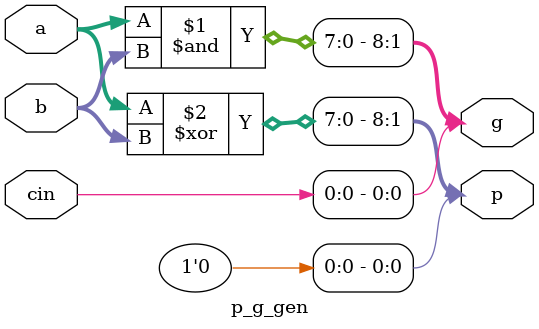
<source format=v>
/* verilator lint_off UNUSEDSIGNAL */
module BK_adder_8bit (
    a,b,cin,sum,cout
);
input [8:1]a,b;
input cin;
output [8:1]sum;
output cout;
wire [8:0]p,g;
p_g_gen p_g_gen_0(a,b,p,g,cin);

//level1
wire [3:0]gnpg_level1;
wire [3:0]pp;

genvar i;
generate
   for (i = 1;i<5 ;i=i+1 ) begin
     assign gnpg_level1[i-1]=g[2*i-1]|p[2*i-1]&g[2*i-2];
     assign pp[i-1]=p[2*i-1]&p[2*i-2];
   end
endgenerate

//level2
wire [1:0]gnpg_level2;
wire pppp;
generate
   for (i = 1;i<3 ;i=i+1 ) begin
     assign  gnpg_level2[i-1]=gnpg_level1[2*i-1]|(pp[2*i-1]&gnpg_level1[2*i-2]);
   end
endgenerate
assign pppp=pp[3]&pp[2];

//level3

wire complex_gnpg;
assign complex_gnpg=gnpg_level2[1]|gnpg_level2[0]&pppp;


assign cout =g[8]|p[8]&complex_gnpg;
assign sum[1]=p[1]^cin;
assign sum[2]=p[2]^gnpg_level1[0];
wire tmp1;
assign tmp1=g[2]|p[2]&gnpg_level1[0]; //c2
assign sum[3]=p[3]^tmp1;
assign sum[4]=p[4]^gnpg_level2[0];//c3
wire tmp2;
assign tmp2=g[4]|p[4]&gnpg_level2[0];//c4
assign sum[5]=p[5]^tmp2;
wire tmp3;
assign tmp3=gnpg_level1[2]|pp[2]&gnpg_level2[0];//c5
assign sum[6]=p[6]^tmp3;
wire tmp4;
assign tmp4=g[6]|p[6]& tmp3 ;//c6
assign sum[7]=p[7]^tmp4;
assign sum[8]=p[8]^complex_gnpg;//c7



endmodule //BK_adder_8bit

module p_g_gen(a,b,p,g,cin);
input [8:1]a,b;
output [8:0]p,g;
input cin;
assign p[0]=0;
assign g[0]=cin;
assign g[8:1]=a[8:1]&b[8:1];
assign p[8:1]=a[8:1]^b[8:1];
endmodule


</source>
